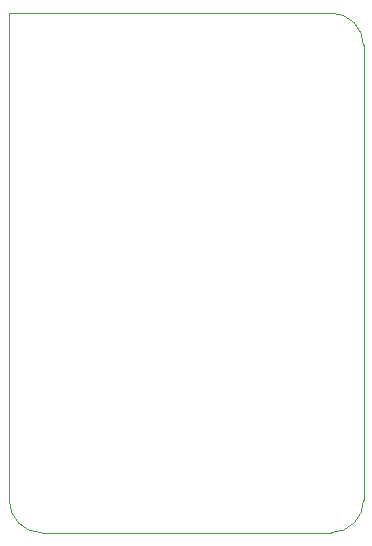
<source format=gm1>
G04 #@! TF.GenerationSoftware,KiCad,Pcbnew,9.0.0*
G04 #@! TF.CreationDate,2025-03-18T22:55:59-07:00*
G04 #@! TF.ProjectId,timingGatesSTM32V1,74696d69-6e67-4476-9174-657353544d33,rev?*
G04 #@! TF.SameCoordinates,Original*
G04 #@! TF.FileFunction,Profile,NP*
%FSLAX46Y46*%
G04 Gerber Fmt 4.6, Leading zero omitted, Abs format (unit mm)*
G04 Created by KiCad (PCBNEW 9.0.0) date 2025-03-18 22:55:59*
%MOMM*%
%LPD*%
G01*
G04 APERTURE LIST*
G04 #@! TA.AperFunction,Profile*
%ADD10C,0.050000*%
G04 #@! TD*
G04 APERTURE END LIST*
D10*
X63240000Y-85240000D02*
G75*
G02*
X63340000Y-85140000I100000J0D01*
G01*
X90490000Y-129140000D02*
X65990000Y-129140000D01*
X63240000Y-126390000D02*
X63240000Y-85240000D01*
X93240000Y-87890000D02*
X93240000Y-126390000D01*
X63340000Y-85140000D02*
X90490000Y-85140000D01*
X93240000Y-126390000D02*
G75*
G02*
X90490000Y-129140000I-2750000J0D01*
G01*
X90490000Y-85140000D02*
G75*
G02*
X93240000Y-87890000I0J-2750000D01*
G01*
X65990000Y-129140000D02*
G75*
G02*
X63240000Y-126390000I0J2750000D01*
G01*
M02*

</source>
